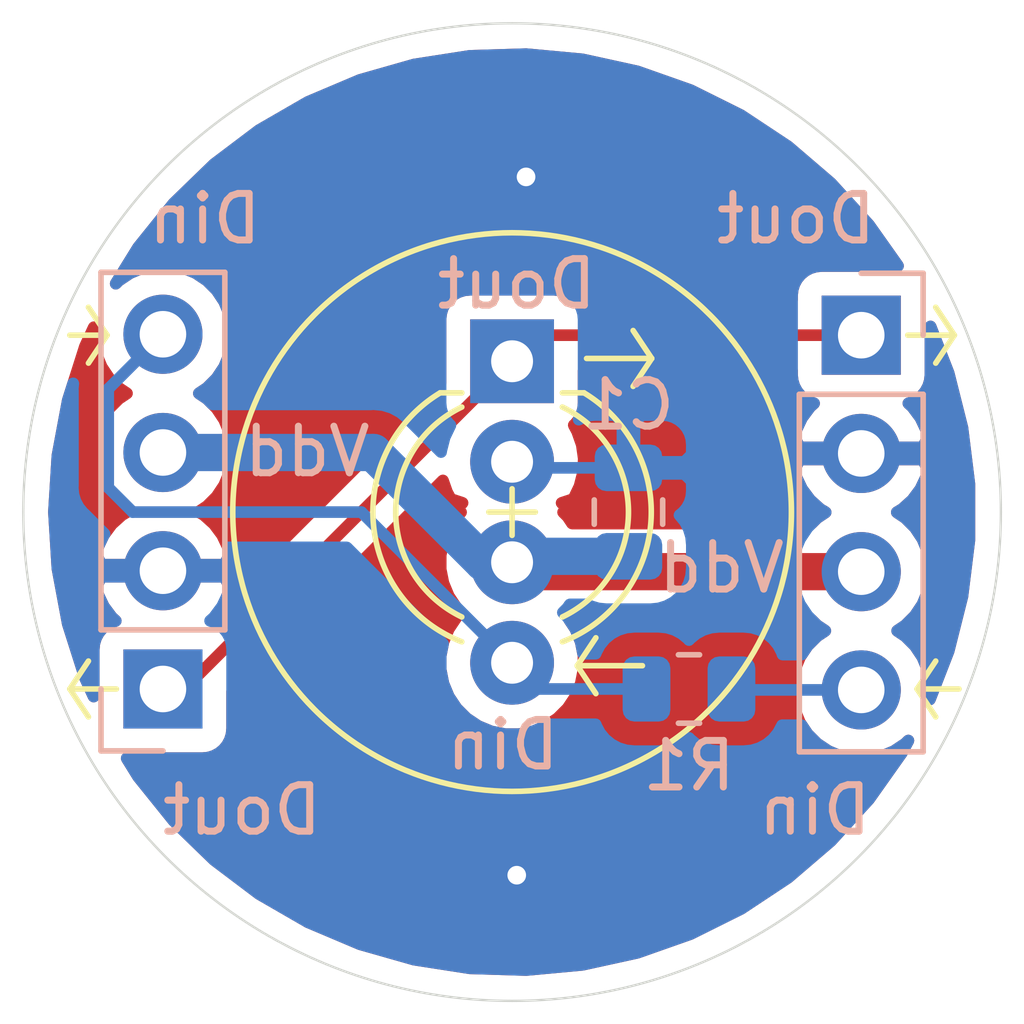
<source format=kicad_pcb>
(kicad_pcb (version 20171130) (host pcbnew 5.1.8-5.1.8)

  (general
    (thickness 1.6)
    (drawings 30)
    (tracks 25)
    (zones 0)
    (modules 5)
    (nets 6)
  )

  (page A4)
  (title_block
    (title "Neopixel 8mm THT Support PCB")
    (date 2021-08-14)
    (rev 1.0)
    (company "Bernhard Bablok")
    (comment 1 https://github.com/bablokb/adventskranz-mit-baum)
  )

  (layers
    (0 F.Cu signal)
    (31 B.Cu signal)
    (32 B.Adhes user)
    (33 F.Adhes user)
    (34 B.Paste user)
    (35 F.Paste user)
    (36 B.SilkS user)
    (37 F.SilkS user)
    (38 B.Mask user)
    (39 F.Mask user)
    (40 Dwgs.User user)
    (41 Cmts.User user)
    (42 Eco1.User user)
    (43 Eco2.User user)
    (44 Edge.Cuts user)
    (45 Margin user)
    (46 B.CrtYd user)
    (47 F.CrtYd user)
    (48 B.Fab user)
    (49 F.Fab user)
  )

  (setup
    (last_trace_width 0.25)
    (trace_clearance 0.2)
    (zone_clearance 0.508)
    (zone_45_only no)
    (trace_min 0.2)
    (via_size 0.8)
    (via_drill 0.4)
    (via_min_size 0.4)
    (via_min_drill 0.3)
    (uvia_size 0.3)
    (uvia_drill 0.1)
    (uvias_allowed no)
    (uvia_min_size 0.2)
    (uvia_min_drill 0.1)
    (edge_width 0.05)
    (segment_width 0.2)
    (pcb_text_width 0.3)
    (pcb_text_size 1.5 1.5)
    (mod_edge_width 0.12)
    (mod_text_size 1 1)
    (mod_text_width 0.15)
    (pad_size 1.524 1.524)
    (pad_drill 0.762)
    (pad_to_mask_clearance 0)
    (aux_axis_origin 0 0)
    (visible_elements FFFFEF7F)
    (pcbplotparams
      (layerselection 0x010f0_ffffffff)
      (usegerberextensions false)
      (usegerberattributes false)
      (usegerberadvancedattributes false)
      (creategerberjobfile false)
      (excludeedgelayer true)
      (linewidth 0.100000)
      (plotframeref false)
      (viasonmask false)
      (mode 1)
      (useauxorigin false)
      (hpglpennumber 1)
      (hpglpenspeed 20)
      (hpglpendiameter 15.000000)
      (psnegative false)
      (psa4output false)
      (plotreference true)
      (plotvalue false)
      (plotinvisibletext false)
      (padsonsilk true)
      (subtractmaskfromsilk false)
      (outputformat 1)
      (mirror false)
      (drillshape 0)
      (scaleselection 1)
      (outputdirectory "../production"))
  )

  (net 0 "")
  (net 1 GND)
  (net 2 VDD)
  (net 3 "Net-(D1-Pad4)")
  (net 4 "Net-(D1-Pad1)")
  (net 5 "Net-(J1-Pad4)")

  (net_class Default "This is the default net class."
    (clearance 0.2)
    (trace_width 0.25)
    (via_dia 0.8)
    (via_drill 0.4)
    (uvia_dia 0.3)
    (uvia_drill 0.1)
    (add_net GND)
    (add_net "Net-(D1-Pad1)")
    (add_net "Net-(D1-Pad4)")
    (add_net "Net-(J1-Pad4)")
    (add_net VDD)
  )

  (module Connector_PinHeader_2.54mm:PinHeader_1x04_P2.54mm_Vertical (layer B.Cu) (tedit 59FED5CC) (tstamp 61180782)
    (at 92.5 103.8)
    (descr "Through hole straight pin header, 1x04, 2.54mm pitch, single row")
    (tags "Through hole pin header THT 1x04 2.54mm single row")
    (path /610F7494)
    (fp_text reference J2 (at 0 2.33) (layer B.SilkS) hide
      (effects (font (size 1 1) (thickness 0.15)) (justify mirror))
    )
    (fp_text value Conn_Next (at 0 -9.95) (layer B.Fab) hide
      (effects (font (size 1 1) (thickness 0.15)) (justify mirror))
    )
    (fp_line (start 1.8 1.8) (end -1.8 1.8) (layer B.CrtYd) (width 0.05))
    (fp_line (start 1.8 -9.4) (end 1.8 1.8) (layer B.CrtYd) (width 0.05))
    (fp_line (start -1.8 -9.4) (end 1.8 -9.4) (layer B.CrtYd) (width 0.05))
    (fp_line (start -1.8 1.8) (end -1.8 -9.4) (layer B.CrtYd) (width 0.05))
    (fp_line (start -1.33 1.33) (end 0 1.33) (layer B.SilkS) (width 0.12))
    (fp_line (start -1.33 0) (end -1.33 1.33) (layer B.SilkS) (width 0.12))
    (fp_line (start -1.33 -1.27) (end 1.33 -1.27) (layer B.SilkS) (width 0.12))
    (fp_line (start 1.33 -1.27) (end 1.33 -8.95) (layer B.SilkS) (width 0.12))
    (fp_line (start -1.33 -1.27) (end -1.33 -8.95) (layer B.SilkS) (width 0.12))
    (fp_line (start -1.33 -8.95) (end 1.33 -8.95) (layer B.SilkS) (width 0.12))
    (fp_line (start -1.27 0.635) (end -0.635 1.27) (layer B.Fab) (width 0.1))
    (fp_line (start -1.27 -8.89) (end -1.27 0.635) (layer B.Fab) (width 0.1))
    (fp_line (start 1.27 -8.89) (end -1.27 -8.89) (layer B.Fab) (width 0.1))
    (fp_line (start 1.27 1.27) (end 1.27 -8.89) (layer B.Fab) (width 0.1))
    (fp_line (start -0.635 1.27) (end 1.27 1.27) (layer B.Fab) (width 0.1))
    (fp_text user %R (at 0 -3.81 -90) (layer B.Fab)
      (effects (font (size 1 1) (thickness 0.15)) (justify mirror))
    )
    (pad 4 thru_hole oval (at 0 -7.62) (size 1.7 1.7) (drill 1) (layers *.Cu *.Mask)
      (net 3 "Net-(D1-Pad4)"))
    (pad 3 thru_hole oval (at 0 -5.08) (size 1.7 1.7) (drill 1) (layers *.Cu *.Mask)
      (net 2 VDD))
    (pad 2 thru_hole oval (at 0 -2.54) (size 1.7 1.7) (drill 1) (layers *.Cu *.Mask)
      (net 1 GND))
    (pad 1 thru_hole rect (at 0 0) (size 1.7 1.7) (drill 1) (layers *.Cu *.Mask)
      (net 4 "Net-(D1-Pad1)"))
    (model ${KISYS3DMOD}/Connector_PinHeader_2.54mm.3dshapes/PinHeader_1x04_P2.54mm_Vertical.wrl
      (at (xyz 0 0 0))
      (scale (xyz 1 1 1))
      (rotate (xyz 0 0 0))
    )
  )

  (module Connector_PinHeader_2.54mm:PinHeader_1x04_P2.54mm_Vertical (layer B.Cu) (tedit 59FED5CC) (tstamp 61180735)
    (at 107.5 96.2 180)
    (descr "Through hole straight pin header, 1x04, 2.54mm pitch, single row")
    (tags "Through hole pin header THT 1x04 2.54mm single row")
    (path /610F6FAC)
    (fp_text reference J1 (at 0 2.33) (layer B.SilkS) hide
      (effects (font (size 1 1) (thickness 0.15)) (justify mirror))
    )
    (fp_text value Conn_First (at 0 -9.95) (layer B.Fab) hide
      (effects (font (size 1 1) (thickness 0.15)) (justify mirror))
    )
    (fp_line (start 1.8 1.8) (end -1.8 1.8) (layer B.CrtYd) (width 0.05))
    (fp_line (start 1.8 -9.4) (end 1.8 1.8) (layer B.CrtYd) (width 0.05))
    (fp_line (start -1.8 -9.4) (end 1.8 -9.4) (layer B.CrtYd) (width 0.05))
    (fp_line (start -1.8 1.8) (end -1.8 -9.4) (layer B.CrtYd) (width 0.05))
    (fp_line (start -1.33 1.33) (end 0 1.33) (layer B.SilkS) (width 0.12))
    (fp_line (start -1.33 0) (end -1.33 1.33) (layer B.SilkS) (width 0.12))
    (fp_line (start -1.33 -1.27) (end 1.33 -1.27) (layer B.SilkS) (width 0.12))
    (fp_line (start 1.33 -1.27) (end 1.33 -8.95) (layer B.SilkS) (width 0.12))
    (fp_line (start -1.33 -1.27) (end -1.33 -8.95) (layer B.SilkS) (width 0.12))
    (fp_line (start -1.33 -8.95) (end 1.33 -8.95) (layer B.SilkS) (width 0.12))
    (fp_line (start -1.27 0.635) (end -0.635 1.27) (layer B.Fab) (width 0.1))
    (fp_line (start -1.27 -8.89) (end -1.27 0.635) (layer B.Fab) (width 0.1))
    (fp_line (start 1.27 -8.89) (end -1.27 -8.89) (layer B.Fab) (width 0.1))
    (fp_line (start 1.27 1.27) (end 1.27 -8.89) (layer B.Fab) (width 0.1))
    (fp_line (start -0.635 1.27) (end 1.27 1.27) (layer B.Fab) (width 0.1))
    (fp_text user %R (at 0 -3.81 270) (layer B.Fab)
      (effects (font (size 1 1) (thickness 0.15)) (justify mirror))
    )
    (pad 4 thru_hole oval (at 0 -7.62 180) (size 1.7 1.7) (drill 1) (layers *.Cu *.Mask)
      (net 5 "Net-(J1-Pad4)"))
    (pad 3 thru_hole oval (at 0 -5.08 180) (size 1.7 1.7) (drill 1) (layers *.Cu *.Mask)
      (net 2 VDD))
    (pad 2 thru_hole oval (at 0 -2.54 180) (size 1.7 1.7) (drill 1) (layers *.Cu *.Mask)
      (net 1 GND))
    (pad 1 thru_hole rect (at 0 0 180) (size 1.7 1.7) (drill 1) (layers *.Cu *.Mask)
      (net 4 "Net-(D1-Pad1)"))
    (model ${KISYS3DMOD}/Connector_PinHeader_2.54mm.3dshapes/PinHeader_1x04_P2.54mm_Vertical.wrl
      (at (xyz 0 0 0))
      (scale (xyz 1 1 1))
      (rotate (xyz 0 0 0))
    )
  )

  (module Resistor_SMD:R_0805_2012Metric (layer B.Cu) (tedit 5F68FEEE) (tstamp 61180793)
    (at 103.8 103.8)
    (descr "Resistor SMD 0805 (2012 Metric), square (rectangular) end terminal, IPC_7351 nominal, (Body size source: IPC-SM-782 page 72, https://www.pcb-3d.com/wordpress/wp-content/uploads/ipc-sm-782a_amendment_1_and_2.pdf), generated with kicad-footprint-generator")
    (tags resistor)
    (path /610F8438)
    (attr smd)
    (fp_text reference R1 (at 0 1.65) (layer B.SilkS)
      (effects (font (size 1 1) (thickness 0.15)) (justify mirror))
    )
    (fp_text value R (at 0 -1.65) (layer B.Fab) hide
      (effects (font (size 1 1) (thickness 0.15)) (justify mirror))
    )
    (fp_line (start 1.68 -0.95) (end -1.68 -0.95) (layer B.CrtYd) (width 0.05))
    (fp_line (start 1.68 0.95) (end 1.68 -0.95) (layer B.CrtYd) (width 0.05))
    (fp_line (start -1.68 0.95) (end 1.68 0.95) (layer B.CrtYd) (width 0.05))
    (fp_line (start -1.68 -0.95) (end -1.68 0.95) (layer B.CrtYd) (width 0.05))
    (fp_line (start -0.227064 -0.735) (end 0.227064 -0.735) (layer B.SilkS) (width 0.12))
    (fp_line (start -0.227064 0.735) (end 0.227064 0.735) (layer B.SilkS) (width 0.12))
    (fp_line (start 1 -0.625) (end -1 -0.625) (layer B.Fab) (width 0.1))
    (fp_line (start 1 0.625) (end 1 -0.625) (layer B.Fab) (width 0.1))
    (fp_line (start -1 0.625) (end 1 0.625) (layer B.Fab) (width 0.1))
    (fp_line (start -1 -0.625) (end -1 0.625) (layer B.Fab) (width 0.1))
    (fp_text user %R (at 0 0) (layer B.Fab)
      (effects (font (size 0.5 0.5) (thickness 0.08)) (justify mirror))
    )
    (pad 2 smd roundrect (at 0.9125 0) (size 1.025 1.4) (layers B.Cu B.Paste B.Mask) (roundrect_rratio 0.2439004878048781)
      (net 5 "Net-(J1-Pad4)"))
    (pad 1 smd roundrect (at -0.9125 0) (size 1.025 1.4) (layers B.Cu B.Paste B.Mask) (roundrect_rratio 0.2439004878048781)
      (net 3 "Net-(D1-Pad4)"))
    (model ${KISYS3DMOD}/Resistor_SMD.3dshapes/R_0805_2012Metric.wrl
      (at (xyz 0 0 0))
      (scale (xyz 1 1 1))
      (rotate (xyz 0 0 0))
    )
  )

  (module LED_THT:LED_D5.0mm-4_RGB_Wide_Pins (layer F.Cu) (tedit 5B74F76E) (tstamp 611806E8)
    (at 100 96.76 270)
    (descr "LED, diameter 5.0mm, 2 pins, diameter 5.0mm, 3 pins, diameter 5.0mm, 4 pins, http://www.kingbright.com/attachments/file/psearch/000/00/00/L-154A4SUREQBFZGEW(Ver.9A).pdf")
    (tags "LED diameter 5.0mm 2 pins diameter 5.0mm 3 pins diameter 5.0mm 4 pins RGB RGBLED")
    (path /610F8A5E)
    (fp_text reference D1 (at 3.2385 -3.96 90) (layer F.SilkS) hide
      (effects (font (size 1 1) (thickness 0.15)))
    )
    (fp_text value NeoPixel_THT (at 3.2385 3.96 90) (layer F.Fab) hide
      (effects (font (size 1 1) (thickness 0.15)))
    )
    (fp_line (start 7.56 -3.25) (end -1.08 -3.25) (layer F.CrtYd) (width 0.05))
    (fp_line (start 7.56 3.25) (end 7.56 -3.25) (layer F.CrtYd) (width 0.05))
    (fp_line (start -1.08 3.25) (end 7.56 3.25) (layer F.CrtYd) (width 0.05))
    (fp_line (start -1.08 -3.25) (end -1.08 3.25) (layer F.CrtYd) (width 0.05))
    (fp_line (start 0.6785 1.08) (end 0.6785 1.545) (layer F.SilkS) (width 0.12))
    (fp_line (start 0.6785 -1.545) (end 0.6785 -1.08) (layer F.SilkS) (width 0.12))
    (fp_line (start 0.7385 -1.469694) (end 0.7385 1.469694) (layer F.Fab) (width 0.1))
    (fp_circle (center 3.2385 0) (end 5.7385 0) (layer F.Fab) (width 0.1))
    (fp_text user %R (at 3.2385 -3.96 90) (layer F.Fab)
      (effects (font (size 1 1) (thickness 0.15)))
    )
    (fp_arc (start 3.2385 0) (end 0.983816 1.08) (angle -128.8) (layer F.SilkS) (width 0.12))
    (fp_arc (start 3.2385 0) (end 0.983816 -1.08) (angle 128.8) (layer F.SilkS) (width 0.12))
    (fp_arc (start 3.2385 0) (end 0.6785 1.54483) (angle -127.7) (layer F.SilkS) (width 0.12))
    (fp_arc (start 3.2385 0) (end 0.6785 -1.54483) (angle 127.7) (layer F.SilkS) (width 0.12))
    (fp_arc (start 3.2385 0) (end 0.7385 -1.469694) (angle 299.1) (layer F.Fab) (width 0.1))
    (pad 4 thru_hole circle (at 6.477 0 270) (size 1.8 1.8) (drill 0.9) (layers *.Cu *.Mask)
      (net 3 "Net-(D1-Pad4)"))
    (pad 3 thru_hole circle (at 4.318 0 270) (size 1.8 1.8) (drill 0.9) (layers *.Cu *.Mask)
      (net 2 VDD))
    (pad 2 thru_hole circle (at 2.159 0 270) (size 1.8 1.8) (drill 0.9) (layers *.Cu *.Mask)
      (net 1 GND))
    (pad 1 thru_hole rect (at 0 0 270) (size 1.8 1.8) (drill 0.9) (layers *.Cu *.Mask)
      (net 4 "Net-(D1-Pad1)"))
    (model ${KISYS3DMOD}/LED_THT.3dshapes/LED_D5.0mm-4_RGB_Wide_Pins.wrl
      (at (xyz 0 0 0))
      (scale (xyz 1 1 1))
      (rotate (xyz 0 0 0))
    )
  )

  (module Capacitor_SMD:C_0805_2012Metric (layer B.Cu) (tedit 5F68FEEE) (tstamp 611806D2)
    (at 102.5 100 90)
    (descr "Capacitor SMD 0805 (2012 Metric), square (rectangular) end terminal, IPC_7351 nominal, (Body size source: IPC-SM-782 page 76, https://www.pcb-3d.com/wordpress/wp-content/uploads/ipc-sm-782a_amendment_1_and_2.pdf, https://docs.google.com/spreadsheets/d/1BsfQQcO9C6DZCsRaXUlFlo91Tg2WpOkGARC1WS5S8t0/edit?usp=sharing), generated with kicad-footprint-generator")
    (tags capacitor)
    (path /610F7E6D)
    (attr smd)
    (fp_text reference C1 (at 2.3 0) (layer B.SilkS)
      (effects (font (size 1 1) (thickness 0.15)) (justify mirror))
    )
    (fp_text value C (at 0 -1.68 270) (layer B.Fab)
      (effects (font (size 1 1) (thickness 0.15)) (justify mirror))
    )
    (fp_line (start 1.7 -0.98) (end -1.7 -0.98) (layer B.CrtYd) (width 0.05))
    (fp_line (start 1.7 0.98) (end 1.7 -0.98) (layer B.CrtYd) (width 0.05))
    (fp_line (start -1.7 0.98) (end 1.7 0.98) (layer B.CrtYd) (width 0.05))
    (fp_line (start -1.7 -0.98) (end -1.7 0.98) (layer B.CrtYd) (width 0.05))
    (fp_line (start -0.261252 -0.735) (end 0.261252 -0.735) (layer B.SilkS) (width 0.12))
    (fp_line (start -0.261252 0.735) (end 0.261252 0.735) (layer B.SilkS) (width 0.12))
    (fp_line (start 1 -0.625) (end -1 -0.625) (layer B.Fab) (width 0.1))
    (fp_line (start 1 0.625) (end 1 -0.625) (layer B.Fab) (width 0.1))
    (fp_line (start -1 0.625) (end 1 0.625) (layer B.Fab) (width 0.1))
    (fp_line (start -1 -0.625) (end -1 0.625) (layer B.Fab) (width 0.1))
    (fp_text user %R (at 0 0 270) (layer B.Fab) hide
      (effects (font (size 0.5 0.5) (thickness 0.08)) (justify mirror))
    )
    (pad 2 smd roundrect (at 0.95 0 90) (size 1 1.45) (layers B.Cu B.Paste B.Mask) (roundrect_rratio 0.25)
      (net 1 GND))
    (pad 1 smd roundrect (at -0.95 0 90) (size 1 1.45) (layers B.Cu B.Paste B.Mask) (roundrect_rratio 0.25)
      (net 2 VDD))
    (model ${KISYS3DMOD}/Capacitor_SMD.3dshapes/C_0805_2012Metric.wrl
      (at (xyz 0 0 0))
      (scale (xyz 1 1 1))
      (rotate (xyz 0 0 0))
    )
  )

  (gr_text Dout (at 106.1 93.7) (layer B.SilkS)
    (effects (font (size 1 1) (thickness 0.15)) (justify mirror))
  )
  (gr_line (start 103 96.7) (end 102.6 96.1) (layer F.SilkS) (width 0.12) (tstamp 611816A3))
  (gr_line (start 101.6 96.7) (end 103 96.7) (layer F.SilkS) (width 0.12) (tstamp 611816A2))
  (gr_line (start 103 96.7) (end 102.6 97.3) (layer F.SilkS) (width 0.12) (tstamp 611816A1))
  (gr_line (start 109.5 96.2) (end 109.1 95.6) (layer F.SilkS) (width 0.12) (tstamp 6118160B))
  (gr_line (start 108.5 96.2) (end 109.5 96.2) (layer F.SilkS) (width 0.12) (tstamp 6118160A))
  (gr_line (start 109.5 96.2) (end 109.1 96.8) (layer F.SilkS) (width 0.12) (tstamp 61181609))
  (gr_line (start 90.5 103.8) (end 90.9 104.4) (layer F.SilkS) (width 0.12) (tstamp 6118160B))
  (gr_line (start 91.5 103.8) (end 90.5 103.8) (layer F.SilkS) (width 0.12) (tstamp 6118160A))
  (gr_line (start 90.5 103.8) (end 90.9 103.2) (layer F.SilkS) (width 0.12) (tstamp 61181609))
  (gr_line (start 91.3 96.2) (end 90.9 95.6) (layer F.SilkS) (width 0.12) (tstamp 6118160B))
  (gr_line (start 90.5 96.2) (end 91.3 96.2) (layer F.SilkS) (width 0.12) (tstamp 6118160A))
  (gr_line (start 91.3 96.2) (end 90.9 96.8) (layer F.SilkS) (width 0.12) (tstamp 61181609))
  (gr_line (start 108.7 103.8) (end 109.1 104.4) (layer F.SilkS) (width 0.12) (tstamp 6118160B))
  (gr_line (start 109.6 103.8) (end 108.7 103.8) (layer F.SilkS) (width 0.12) (tstamp 6118160A))
  (gr_line (start 108.7 103.8) (end 109.1 103.2) (layer F.SilkS) (width 0.12) (tstamp 61181609))
  (gr_line (start 101.4 103.3) (end 101.8 102.7) (layer F.SilkS) (width 0.12))
  (gr_line (start 101.4 103.3) (end 101.8 103.9) (layer F.SilkS) (width 0.12))
  (gr_line (start 102.8 103.3) (end 101.4 103.3) (layer F.SilkS) (width 0.12))
  (gr_text Vdd (at 104.5 101.2) (layer B.SilkS)
    (effects (font (size 1 1) (thickness 0.15)) (justify mirror))
  )
  (gr_text Vdd (at 95.6 98.7) (layer B.SilkS)
    (effects (font (size 1 1) (thickness 0.15)) (justify mirror))
  )
  (gr_text Dout (at 100.1 95.1) (layer B.SilkS)
    (effects (font (size 1 1) (thickness 0.15)) (justify mirror))
  )
  (gr_text Din (at 99.8 105) (layer B.SilkS)
    (effects (font (size 1 1) (thickness 0.15)) (justify mirror))
  )
  (gr_text Dout (at 94.2 106.4) (layer B.SilkS)
    (effects (font (size 1 1) (thickness 0.15)) (justify mirror))
  )
  (gr_text Din (at 93.4 93.7) (layer B.SilkS)
    (effects (font (size 1 1) (thickness 0.15)) (justify mirror))
  )
  (gr_text Din (at 106.5 106.4) (layer B.SilkS)
    (effects (font (size 1 1) (thickness 0.15)) (justify mirror))
  )
  (gr_line (start 100 99.5) (end 100 100.5) (layer F.SilkS) (width 0.12))
  (gr_line (start 99.5 100) (end 100.5 100) (layer F.SilkS) (width 0.12))
  (gr_circle (center 100 100) (end 106 100) (layer F.SilkS) (width 0.12))
  (gr_circle (center 100 100) (end 110.5 100) (layer Edge.Cuts) (width 0.05))

  (segment (start 100.179 98.74) (end 100 98.919) (width 0.25) (layer F.Cu) (net 1))
  (segment (start 100.131 99.05) (end 100 98.919) (width 0.25) (layer B.Cu) (net 1))
  (segment (start 102.5 99.05) (end 100.131 99.05) (width 0.25) (layer B.Cu) (net 1))
  (via (at 100.3 92.8) (size 0.8) (drill 0.4) (layers F.Cu B.Cu) (net 1))
  (via (at 100.1 107.8) (size 0.8) (drill 0.4) (layers F.Cu B.Cu) (net 1))
  (segment (start 100.202 101.28) (end 100 101.078) (width 0.8) (layer F.Cu) (net 2))
  (segment (start 107.5 101.28) (end 100.202 101.28) (width 0.8) (layer F.Cu) (net 2))
  (segment (start 100.128 100.95) (end 100 101.078) (width 0.8) (layer B.Cu) (net 2))
  (segment (start 102.5 100.95) (end 100.128 100.95) (width 0.8) (layer B.Cu) (net 2))
  (segment (start 99.378 101.078) (end 100 101.078) (width 0.8) (layer B.Cu) (net 2))
  (segment (start 97.02 98.72) (end 99.378 101.078) (width 0.8) (layer B.Cu) (net 2))
  (segment (start 92.5 98.72) (end 97.02 98.72) (width 0.8) (layer B.Cu) (net 2))
  (segment (start 100.563 103.8) (end 100 103.237) (width 0.25) (layer B.Cu) (net 3))
  (segment (start 102.8875 103.8) (end 100.563 103.8) (width 0.25) (layer B.Cu) (net 3))
  (segment (start 96.763 100) (end 100 103.237) (width 0.25) (layer B.Cu) (net 3))
  (segment (start 91.324999 99.473999) (end 91.851 100) (width 0.25) (layer B.Cu) (net 3))
  (segment (start 91.324999 97.355001) (end 91.324999 99.473999) (width 0.25) (layer B.Cu) (net 3))
  (segment (start 91.851 100) (end 96.763 100) (width 0.25) (layer B.Cu) (net 3))
  (segment (start 92.5 96.18) (end 91.324999 97.355001) (width 0.25) (layer B.Cu) (net 3))
  (segment (start 100.56 96.2) (end 100 96.76) (width 0.25) (layer F.Cu) (net 4))
  (segment (start 107.5 96.2) (end 100.56 96.2) (width 0.25) (layer F.Cu) (net 4))
  (segment (start 92.96 103.8) (end 100 96.76) (width 0.25) (layer F.Cu) (net 4))
  (segment (start 92.5 103.8) (end 92.96 103.8) (width 0.25) (layer F.Cu) (net 4))
  (segment (start 104.7325 103.82) (end 104.7125 103.8) (width 0.25) (layer B.Cu) (net 5))
  (segment (start 107.5 103.82) (end 104.7325 103.82) (width 0.25) (layer B.Cu) (net 5))

  (zone (net 1) (net_name GND) (layer B.Cu) (tstamp 61181721) (hatch edge 0.508)
    (connect_pads (clearance 0.508))
    (min_thickness 0.254)
    (fill yes (arc_segments 32) (thermal_gap 0.508) (thermal_bridge_width 0.508))
    (polygon
      (pts
        (xy 111 111) (xy 89 111) (xy 89 89) (xy 111 89)
      )
    )
    (filled_polygon
      (pts
        (xy 90.564999 97.317669) (xy 90.564999 97.317679) (xy 90.561323 97.355001) (xy 90.564999 97.392324) (xy 90.565 99.436667)
        (xy 90.561323 99.473999) (xy 90.575997 99.622984) (xy 90.619453 99.766245) (xy 90.690025 99.898275) (xy 90.7612 99.985001)
        (xy 90.784999 100.014) (xy 90.813997 100.037798) (xy 91.245841 100.469643) (xy 91.228359 100.49308) (xy 91.103175 100.755901)
        (xy 91.058524 100.90311) (xy 91.179845 101.133) (xy 92.373 101.133) (xy 92.373 101.113) (xy 92.627 101.113)
        (xy 92.627 101.133) (xy 93.820155 101.133) (xy 93.941476 100.90311) (xy 93.898068 100.76) (xy 96.448199 100.76)
        (xy 98.516269 102.82807) (xy 98.465 103.085816) (xy 98.465 103.388184) (xy 98.523989 103.684743) (xy 98.639701 103.964095)
        (xy 98.807688 104.215505) (xy 99.021495 104.429312) (xy 99.272905 104.597299) (xy 99.552257 104.713011) (xy 99.848816 104.772)
        (xy 100.151184 104.772) (xy 100.447743 104.713011) (xy 100.727095 104.597299) (xy 100.782917 104.56) (xy 101.795473 104.56)
        (xy 101.804528 104.589852) (xy 101.886595 104.743387) (xy 101.997038 104.877962) (xy 102.131613 104.988405) (xy 102.285148 105.070472)
        (xy 102.451744 105.121008) (xy 102.624998 105.138072) (xy 103.150002 105.138072) (xy 103.323256 105.121008) (xy 103.489852 105.070472)
        (xy 103.643387 104.988405) (xy 103.777962 104.877962) (xy 103.8 104.851109) (xy 103.822038 104.877962) (xy 103.956613 104.988405)
        (xy 104.110148 105.070472) (xy 104.276744 105.121008) (xy 104.449998 105.138072) (xy 104.975002 105.138072) (xy 105.148256 105.121008)
        (xy 105.314852 105.070472) (xy 105.468387 104.988405) (xy 105.602962 104.877962) (xy 105.713405 104.743387) (xy 105.795472 104.589852)
        (xy 105.798461 104.58) (xy 106.221822 104.58) (xy 106.346525 104.766632) (xy 106.553368 104.973475) (xy 106.796589 105.13599)
        (xy 107.066842 105.247932) (xy 107.35374 105.305) (xy 107.64626 105.305) (xy 107.933158 105.247932) (xy 108.203411 105.13599)
        (xy 108.446632 104.973475) (xy 108.51241 104.907697) (xy 108.366137 105.180092) (xy 107.666153 106.16893) (xy 106.849958 107.064253)
        (xy 105.929925 107.85249) (xy 104.92 108.52169) (xy 103.835493 109.06171) (xy 102.692844 109.464364) (xy 101.509374 109.723548)
        (xy 100.303023 109.835333) (xy 99.092079 109.798024) (xy 97.894898 109.612187) (xy 96.729629 109.28064) (xy 95.613935 108.808407)
        (xy 94.564729 108.202647) (xy 93.597916 107.472544) (xy 92.728152 106.629165) (xy 91.968622 105.685295) (xy 91.722672 105.288072)
        (xy 93.35 105.288072) (xy 93.474482 105.275812) (xy 93.59418 105.239502) (xy 93.704494 105.180537) (xy 93.801185 105.101185)
        (xy 93.880537 105.004494) (xy 93.939502 104.89418) (xy 93.975812 104.774482) (xy 93.988072 104.65) (xy 93.988072 102.95)
        (xy 93.975812 102.825518) (xy 93.939502 102.70582) (xy 93.880537 102.595506) (xy 93.801185 102.498815) (xy 93.704494 102.419463)
        (xy 93.59418 102.360498) (xy 93.513534 102.336034) (xy 93.597588 102.260269) (xy 93.771641 102.02692) (xy 93.896825 101.764099)
        (xy 93.941476 101.61689) (xy 93.820155 101.387) (xy 92.627 101.387) (xy 92.627 101.407) (xy 92.373 101.407)
        (xy 92.373 101.387) (xy 91.179845 101.387) (xy 91.058524 101.61689) (xy 91.103175 101.764099) (xy 91.228359 102.02692)
        (xy 91.402412 102.260269) (xy 91.486466 102.336034) (xy 91.40582 102.360498) (xy 91.295506 102.419463) (xy 91.198815 102.498815)
        (xy 91.119463 102.595506) (xy 91.060498 102.70582) (xy 91.024188 102.825518) (xy 91.011928 102.95) (xy 91.011928 103.962064)
        (xy 90.824473 103.554618) (xy 90.457198 102.400111) (xy 90.234582 101.209221) (xy 90.16 100) (xy 90.234582 98.790779)
        (xy 90.457198 97.599889) (xy 90.57308 97.23562)
      )
    )
    (filled_polygon
      (pts
        (xy 101.509374 90.276452) (xy 102.692844 90.535636) (xy 103.835493 90.93829) (xy 104.92 91.47831) (xy 105.929925 92.14751)
        (xy 106.849958 92.935747) (xy 107.666153 93.83107) (xy 108.2897 94.711928) (xy 106.65 94.711928) (xy 106.525518 94.724188)
        (xy 106.40582 94.760498) (xy 106.295506 94.819463) (xy 106.198815 94.898815) (xy 106.119463 94.995506) (xy 106.060498 95.10582)
        (xy 106.024188 95.225518) (xy 106.011928 95.35) (xy 106.011928 97.05) (xy 106.024188 97.174482) (xy 106.060498 97.29418)
        (xy 106.119463 97.404494) (xy 106.198815 97.501185) (xy 106.295506 97.580537) (xy 106.40582 97.639502) (xy 106.486466 97.663966)
        (xy 106.402412 97.739731) (xy 106.228359 97.97308) (xy 106.103175 98.235901) (xy 106.058524 98.38311) (xy 106.179845 98.613)
        (xy 107.373 98.613) (xy 107.373 98.593) (xy 107.627 98.593) (xy 107.627 98.613) (xy 108.820155 98.613)
        (xy 108.941476 98.38311) (xy 108.896825 98.235901) (xy 108.771641 97.97308) (xy 108.597588 97.739731) (xy 108.513534 97.663966)
        (xy 108.59418 97.639502) (xy 108.704494 97.580537) (xy 108.801185 97.501185) (xy 108.880537 97.404494) (xy 108.939502 97.29418)
        (xy 108.975812 97.174482) (xy 108.988072 97.05) (xy 108.988072 96.01317) (xy 109.376949 97.016978) (xy 109.672455 98.191905)
        (xy 109.821337 99.394241) (xy 109.821337 100.605759) (xy 109.672455 101.808095) (xy 109.376949 102.983022) (xy 108.973349 104.024835)
        (xy 108.985 103.96626) (xy 108.985 103.67374) (xy 108.927932 103.386842) (xy 108.81599 103.116589) (xy 108.653475 102.873368)
        (xy 108.446632 102.666525) (xy 108.27224 102.55) (xy 108.446632 102.433475) (xy 108.653475 102.226632) (xy 108.81599 101.983411)
        (xy 108.927932 101.713158) (xy 108.985 101.42626) (xy 108.985 101.13374) (xy 108.927932 100.846842) (xy 108.81599 100.576589)
        (xy 108.653475 100.333368) (xy 108.446632 100.126525) (xy 108.264466 100.004805) (xy 108.381355 99.935178) (xy 108.597588 99.740269)
        (xy 108.771641 99.50692) (xy 108.896825 99.244099) (xy 108.941476 99.09689) (xy 108.820155 98.867) (xy 107.627 98.867)
        (xy 107.627 98.887) (xy 107.373 98.887) (xy 107.373 98.867) (xy 106.179845 98.867) (xy 106.058524 99.09689)
        (xy 106.103175 99.244099) (xy 106.228359 99.50692) (xy 106.402412 99.740269) (xy 106.618645 99.935178) (xy 106.735534 100.004805)
        (xy 106.553368 100.126525) (xy 106.346525 100.333368) (xy 106.18401 100.576589) (xy 106.072068 100.846842) (xy 106.015 101.13374)
        (xy 106.015 101.42626) (xy 106.072068 101.713158) (xy 106.18401 101.983411) (xy 106.346525 102.226632) (xy 106.553368 102.433475)
        (xy 106.72776 102.55) (xy 106.553368 102.666525) (xy 106.346525 102.873368) (xy 106.221822 103.06) (xy 105.810594 103.06)
        (xy 105.795472 103.010148) (xy 105.713405 102.856613) (xy 105.602962 102.722038) (xy 105.468387 102.611595) (xy 105.314852 102.529528)
        (xy 105.148256 102.478992) (xy 104.975002 102.461928) (xy 104.449998 102.461928) (xy 104.276744 102.478992) (xy 104.110148 102.529528)
        (xy 103.956613 102.611595) (xy 103.822038 102.722038) (xy 103.8 102.748891) (xy 103.777962 102.722038) (xy 103.643387 102.611595)
        (xy 103.489852 102.529528) (xy 103.323256 102.478992) (xy 103.150002 102.461928) (xy 102.624998 102.461928) (xy 102.451744 102.478992)
        (xy 102.285148 102.529528) (xy 102.131613 102.611595) (xy 101.997038 102.722038) (xy 101.886595 102.856613) (xy 101.804528 103.010148)
        (xy 101.795473 103.04) (xy 101.525887 103.04) (xy 101.476011 102.789257) (xy 101.360299 102.509905) (xy 101.192312 102.258495)
        (xy 101.091317 102.1575) (xy 101.192312 102.056505) (xy 101.24009 101.985) (xy 101.618787 101.985) (xy 101.68515 102.020472)
        (xy 101.851746 102.071008) (xy 102.025 102.088072) (xy 102.975 102.088072) (xy 103.148254 102.071008) (xy 103.31485 102.020472)
        (xy 103.468386 101.938405) (xy 103.602962 101.827962) (xy 103.713405 101.693386) (xy 103.795472 101.53985) (xy 103.846008 101.373254)
        (xy 103.863072 101.2) (xy 103.863072 100.7) (xy 103.846008 100.526746) (xy 103.795472 100.36015) (xy 103.713405 100.206614)
        (xy 103.602962 100.072038) (xy 103.596406 100.066658) (xy 103.676185 100.001185) (xy 103.755537 99.904494) (xy 103.814502 99.79418)
        (xy 103.850812 99.674482) (xy 103.863072 99.55) (xy 103.86 99.33575) (xy 103.70125 99.177) (xy 102.627 99.177)
        (xy 102.627 99.197) (xy 102.373 99.197) (xy 102.373 99.177) (xy 102.353 99.177) (xy 102.353 98.923)
        (xy 102.373 98.923) (xy 102.373 98.07375) (xy 102.627 98.07375) (xy 102.627 98.923) (xy 103.70125 98.923)
        (xy 103.86 98.76425) (xy 103.863072 98.55) (xy 103.850812 98.425518) (xy 103.814502 98.30582) (xy 103.755537 98.195506)
        (xy 103.676185 98.098815) (xy 103.579494 98.019463) (xy 103.46918 97.960498) (xy 103.349482 97.924188) (xy 103.225 97.911928)
        (xy 102.78575 97.915) (xy 102.627 98.07375) (xy 102.373 98.07375) (xy 102.21425 97.915) (xy 101.775 97.911928)
        (xy 101.650518 97.924188) (xy 101.53082 97.960498) (xy 101.430831 98.013944) (xy 101.489502 97.90418) (xy 101.525812 97.784482)
        (xy 101.538072 97.66) (xy 101.538072 95.86) (xy 101.525812 95.735518) (xy 101.489502 95.61582) (xy 101.430537 95.505506)
        (xy 101.351185 95.408815) (xy 101.254494 95.329463) (xy 101.14418 95.270498) (xy 101.024482 95.234188) (xy 100.9 95.221928)
        (xy 99.1 95.221928) (xy 98.975518 95.234188) (xy 98.85582 95.270498) (xy 98.745506 95.329463) (xy 98.648815 95.408815)
        (xy 98.569463 95.505506) (xy 98.510498 95.61582) (xy 98.474188 95.735518) (xy 98.461928 95.86) (xy 98.461928 97.66)
        (xy 98.474188 97.784482) (xy 98.510498 97.90418) (xy 98.569463 98.014494) (xy 98.648815 98.111185) (xy 98.674851 98.132552)
        (xy 98.550842 98.390775) (xy 98.475635 98.683642) (xy 98.474159 98.710448) (xy 97.787807 98.024097) (xy 97.755396 97.984604)
        (xy 97.597797 97.855266) (xy 97.417993 97.759159) (xy 97.222895 97.699976) (xy 97.070838 97.685) (xy 97.070828 97.685)
        (xy 97.02 97.679994) (xy 96.969172 97.685) (xy 93.565107 97.685) (xy 93.446632 97.566525) (xy 93.27224 97.45)
        (xy 93.446632 97.333475) (xy 93.653475 97.126632) (xy 93.81599 96.883411) (xy 93.927932 96.613158) (xy 93.985 96.32626)
        (xy 93.985 96.03374) (xy 93.927932 95.746842) (xy 93.81599 95.476589) (xy 93.653475 95.233368) (xy 93.446632 95.026525)
        (xy 93.203411 94.86401) (xy 92.933158 94.752068) (xy 92.64626 94.695) (xy 92.35374 94.695) (xy 92.066842 94.752068)
        (xy 91.796589 94.86401) (xy 91.553368 95.026525) (xy 91.486445 95.093448) (xy 91.968622 94.314705) (xy 92.728152 93.370835)
        (xy 93.597916 92.527456) (xy 94.564729 91.797353) (xy 95.613935 91.191593) (xy 96.729629 90.71936) (xy 97.894898 90.387813)
        (xy 99.092079 90.201976) (xy 100.303023 90.164667)
      )
    )
    (filled_polygon
      (pts
        (xy 100.193748 98.904858) (xy 100.179605 98.919) (xy 100.193748 98.933143) (xy 100.014143 99.112748) (xy 100 99.098605)
        (xy 99.985858 99.112748) (xy 99.806253 98.933143) (xy 99.820395 98.919) (xy 99.806253 98.904858) (xy 99.985858 98.725253)
        (xy 100 98.739395) (xy 100.014143 98.725253)
      )
    )
  )
  (zone (net 1) (net_name GND) (layer F.Cu) (tstamp 6118171E) (hatch edge 0.508)
    (connect_pads (clearance 0.508))
    (min_thickness 0.254)
    (fill yes (arc_segments 32) (thermal_gap 0.508) (thermal_bridge_width 0.508))
    (polygon
      (pts
        (xy 111 111) (xy 89 111) (xy 89 89) (xy 111 89)
      )
    )
    (filled_polygon
      (pts
        (xy 98.601778 99.570199) (xy 98.681739 99.719792) (xy 98.935918 99.803474) (xy 98.81997 99.919422) (xy 98.903866 100.003318)
        (xy 98.807688 100.099495) (xy 98.639701 100.350905) (xy 98.523989 100.630257) (xy 98.465 100.926816) (xy 98.465 101.229184)
        (xy 98.523989 101.525743) (xy 98.639701 101.805095) (xy 98.807688 102.056505) (xy 98.908683 102.1575) (xy 98.807688 102.258495)
        (xy 98.639701 102.509905) (xy 98.523989 102.789257) (xy 98.465 103.085816) (xy 98.465 103.388184) (xy 98.523989 103.684743)
        (xy 98.639701 103.964095) (xy 98.807688 104.215505) (xy 99.021495 104.429312) (xy 99.272905 104.597299) (xy 99.552257 104.713011)
        (xy 99.848816 104.772) (xy 100.151184 104.772) (xy 100.447743 104.713011) (xy 100.727095 104.597299) (xy 100.978505 104.429312)
        (xy 101.192312 104.215505) (xy 101.360299 103.964095) (xy 101.476011 103.684743) (xy 101.535 103.388184) (xy 101.535 103.085816)
        (xy 101.476011 102.789257) (xy 101.360299 102.509905) (xy 101.230067 102.315) (xy 106.434893 102.315) (xy 106.553368 102.433475)
        (xy 106.72776 102.55) (xy 106.553368 102.666525) (xy 106.346525 102.873368) (xy 106.18401 103.116589) (xy 106.072068 103.386842)
        (xy 106.015 103.67374) (xy 106.015 103.96626) (xy 106.072068 104.253158) (xy 106.18401 104.523411) (xy 106.346525 104.766632)
        (xy 106.553368 104.973475) (xy 106.796589 105.13599) (xy 107.066842 105.247932) (xy 107.35374 105.305) (xy 107.64626 105.305)
        (xy 107.933158 105.247932) (xy 108.203411 105.13599) (xy 108.446632 104.973475) (xy 108.51241 104.907697) (xy 108.366137 105.180092)
        (xy 107.666153 106.16893) (xy 106.849958 107.064253) (xy 105.929925 107.85249) (xy 104.92 108.52169) (xy 103.835493 109.06171)
        (xy 102.692844 109.464364) (xy 101.509374 109.723548) (xy 100.303023 109.835333) (xy 99.092079 109.798024) (xy 97.894898 109.612187)
        (xy 96.729629 109.28064) (xy 95.613935 108.808407) (xy 94.564729 108.202647) (xy 93.597916 107.472544) (xy 92.728152 106.629165)
        (xy 91.968622 105.685295) (xy 91.722672 105.288072) (xy 93.35 105.288072) (xy 93.474482 105.275812) (xy 93.59418 105.239502)
        (xy 93.704494 105.180537) (xy 93.801185 105.101185) (xy 93.880537 105.004494) (xy 93.939502 104.89418) (xy 93.975812 104.774482)
        (xy 93.988072 104.65) (xy 93.988072 103.846729) (xy 98.514153 99.320649)
      )
    )
    (filled_polygon
      (pts
        (xy 109.376949 97.016978) (xy 109.672455 98.191905) (xy 109.821337 99.394241) (xy 109.821337 100.605759) (xy 109.672455 101.808095)
        (xy 109.376949 102.983022) (xy 108.973349 104.024835) (xy 108.985 103.96626) (xy 108.985 103.67374) (xy 108.927932 103.386842)
        (xy 108.81599 103.116589) (xy 108.653475 102.873368) (xy 108.446632 102.666525) (xy 108.27224 102.55) (xy 108.446632 102.433475)
        (xy 108.653475 102.226632) (xy 108.81599 101.983411) (xy 108.927932 101.713158) (xy 108.985 101.42626) (xy 108.985 101.13374)
        (xy 108.927932 100.846842) (xy 108.81599 100.576589) (xy 108.653475 100.333368) (xy 108.446632 100.126525) (xy 108.264466 100.004805)
        (xy 108.381355 99.935178) (xy 108.597588 99.740269) (xy 108.771641 99.50692) (xy 108.896825 99.244099) (xy 108.941476 99.09689)
        (xy 108.820155 98.867) (xy 107.627 98.867) (xy 107.627 98.887) (xy 107.373 98.887) (xy 107.373 98.867)
        (xy 106.179845 98.867) (xy 106.058524 99.09689) (xy 106.103175 99.244099) (xy 106.228359 99.50692) (xy 106.402412 99.740269)
        (xy 106.618645 99.935178) (xy 106.735534 100.004805) (xy 106.553368 100.126525) (xy 106.434893 100.245) (xy 101.289535 100.245)
        (xy 101.192312 100.099495) (xy 101.096135 100.003318) (xy 101.18003 99.919422) (xy 101.064082 99.803474) (xy 101.318261 99.719792)
        (xy 101.449158 99.447225) (xy 101.524365 99.154358) (xy 101.540991 98.852447) (xy 101.498397 98.553093) (xy 101.398222 98.267801)
        (xy 101.325691 98.132108) (xy 101.351185 98.111185) (xy 101.430537 98.014494) (xy 101.489502 97.90418) (xy 101.525812 97.784482)
        (xy 101.538072 97.66) (xy 101.538072 96.96) (xy 106.011928 96.96) (xy 106.011928 97.05) (xy 106.024188 97.174482)
        (xy 106.060498 97.29418) (xy 106.119463 97.404494) (xy 106.198815 97.501185) (xy 106.295506 97.580537) (xy 106.40582 97.639502)
        (xy 106.486466 97.663966) (xy 106.402412 97.739731) (xy 106.228359 97.97308) (xy 106.103175 98.235901) (xy 106.058524 98.38311)
        (xy 106.179845 98.613) (xy 107.373 98.613) (xy 107.373 98.593) (xy 107.627 98.593) (xy 107.627 98.613)
        (xy 108.820155 98.613) (xy 108.941476 98.38311) (xy 108.896825 98.235901) (xy 108.771641 97.97308) (xy 108.597588 97.739731)
        (xy 108.513534 97.663966) (xy 108.59418 97.639502) (xy 108.704494 97.580537) (xy 108.801185 97.501185) (xy 108.880537 97.404494)
        (xy 108.939502 97.29418) (xy 108.975812 97.174482) (xy 108.988072 97.05) (xy 108.988072 96.01317)
      )
    )
    (filled_polygon
      (pts
        (xy 101.509374 90.276452) (xy 102.692844 90.535636) (xy 103.835493 90.93829) (xy 104.92 91.47831) (xy 105.929925 92.14751)
        (xy 106.849958 92.935747) (xy 107.666153 93.83107) (xy 108.2897 94.711928) (xy 106.65 94.711928) (xy 106.525518 94.724188)
        (xy 106.40582 94.760498) (xy 106.295506 94.819463) (xy 106.198815 94.898815) (xy 106.119463 94.995506) (xy 106.060498 95.10582)
        (xy 106.024188 95.225518) (xy 106.011928 95.35) (xy 106.011928 95.44) (xy 101.376778 95.44) (xy 101.351185 95.408815)
        (xy 101.254494 95.329463) (xy 101.14418 95.270498) (xy 101.024482 95.234188) (xy 100.9 95.221928) (xy 99.1 95.221928)
        (xy 98.975518 95.234188) (xy 98.85582 95.270498) (xy 98.745506 95.329463) (xy 98.648815 95.408815) (xy 98.569463 95.505506)
        (xy 98.510498 95.61582) (xy 98.474188 95.735518) (xy 98.461928 95.86) (xy 98.461928 97.223269) (xy 93.874747 101.810452)
        (xy 93.896825 101.764099) (xy 93.941476 101.61689) (xy 93.820155 101.387) (xy 92.627 101.387) (xy 92.627 101.407)
        (xy 92.373 101.407) (xy 92.373 101.387) (xy 91.179845 101.387) (xy 91.058524 101.61689) (xy 91.103175 101.764099)
        (xy 91.228359 102.02692) (xy 91.402412 102.260269) (xy 91.486466 102.336034) (xy 91.40582 102.360498) (xy 91.295506 102.419463)
        (xy 91.198815 102.498815) (xy 91.119463 102.595506) (xy 91.060498 102.70582) (xy 91.024188 102.825518) (xy 91.011928 102.95)
        (xy 91.011928 103.962064) (xy 90.824473 103.554618) (xy 90.457198 102.400111) (xy 90.234582 101.209221) (xy 90.16 100)
        (xy 90.234582 98.790779) (xy 90.457198 97.599889) (xy 90.824473 96.445382) (xy 91.01587 96.029369) (xy 91.015 96.03374)
        (xy 91.015 96.32626) (xy 91.072068 96.613158) (xy 91.18401 96.883411) (xy 91.346525 97.126632) (xy 91.553368 97.333475)
        (xy 91.72776 97.45) (xy 91.553368 97.566525) (xy 91.346525 97.773368) (xy 91.18401 98.016589) (xy 91.072068 98.286842)
        (xy 91.015 98.57374) (xy 91.015 98.86626) (xy 91.072068 99.153158) (xy 91.18401 99.423411) (xy 91.346525 99.666632)
        (xy 91.553368 99.873475) (xy 91.735534 99.995195) (xy 91.618645 100.064822) (xy 91.402412 100.259731) (xy 91.228359 100.49308)
        (xy 91.103175 100.755901) (xy 91.058524 100.90311) (xy 91.179845 101.133) (xy 92.373 101.133) (xy 92.373 101.113)
        (xy 92.627 101.113) (xy 92.627 101.133) (xy 93.820155 101.133) (xy 93.941476 100.90311) (xy 93.896825 100.755901)
        (xy 93.771641 100.49308) (xy 93.597588 100.259731) (xy 93.381355 100.064822) (xy 93.264466 99.995195) (xy 93.446632 99.873475)
        (xy 93.653475 99.666632) (xy 93.81599 99.423411) (xy 93.927932 99.153158) (xy 93.985 98.86626) (xy 93.985 98.57374)
        (xy 93.927932 98.286842) (xy 93.81599 98.016589) (xy 93.653475 97.773368) (xy 93.446632 97.566525) (xy 93.27224 97.45)
        (xy 93.446632 97.333475) (xy 93.653475 97.126632) (xy 93.81599 96.883411) (xy 93.927932 96.613158) (xy 93.985 96.32626)
        (xy 93.985 96.03374) (xy 93.927932 95.746842) (xy 93.81599 95.476589) (xy 93.653475 95.233368) (xy 93.446632 95.026525)
        (xy 93.203411 94.86401) (xy 92.933158 94.752068) (xy 92.64626 94.695) (xy 92.35374 94.695) (xy 92.066842 94.752068)
        (xy 91.796589 94.86401) (xy 91.553368 95.026525) (xy 91.486445 95.093448) (xy 91.968622 94.314705) (xy 92.728152 93.370835)
        (xy 93.597916 92.527456) (xy 94.564729 91.797353) (xy 95.613935 91.191593) (xy 96.729629 90.71936) (xy 97.894898 90.387813)
        (xy 99.092079 90.201976) (xy 100.303023 90.164667)
      )
    )
    (filled_polygon
      (pts
        (xy 100.193748 98.904858) (xy 100.179605 98.919) (xy 100.193748 98.933143) (xy 100.014143 99.112748) (xy 100 99.098605)
        (xy 99.985858 99.112748) (xy 99.806253 98.933143) (xy 99.820395 98.919) (xy 99.806253 98.904858) (xy 99.985858 98.725253)
        (xy 100 98.739395) (xy 100.014143 98.725253)
      )
    )
  )
)

</source>
